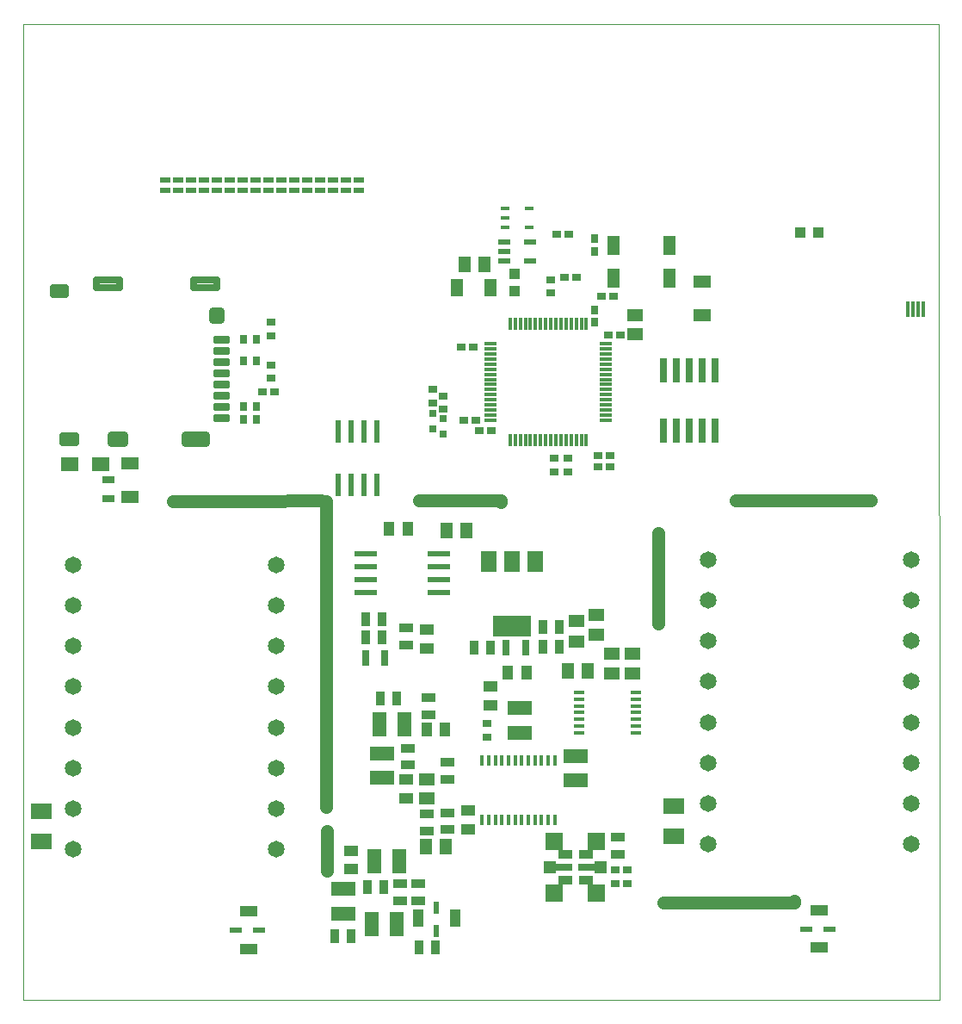
<source format=gtp>
G75*
%MOIN*%
%OFA0B0*%
%FSLAX24Y24*%
%IPPOS*%
%LPD*%
%AMOC8*
5,1,8,0,0,1.08239X$1,22.5*
%
%ADD10C,0.0000*%
%ADD11C,0.0500*%
%ADD12R,0.0700X0.0700*%
%ADD13R,0.0560X0.0350*%
%ADD14R,0.0450X0.0450*%
%ADD15R,0.0700X0.0280*%
%ADD16R,0.0413X0.0425*%
%ADD17R,0.0425X0.0413*%
%ADD18R,0.0364X0.0291*%
%ADD19R,0.0512X0.0591*%
%ADD20R,0.0472X0.0315*%
%ADD21R,0.0570X0.0360*%
%ADD22R,0.0650X0.0551*%
%ADD23R,0.0291X0.0364*%
%ADD24R,0.0360X0.0570*%
%ADD25R,0.0570X0.0440*%
%ADD26R,0.0440X0.0570*%
%ADD27R,0.0787X0.0591*%
%ADD28R,0.0630X0.0512*%
%ADD29R,0.0335X0.0138*%
%ADD30R,0.0591X0.0787*%
%ADD31R,0.1496X0.0787*%
%ADD32R,0.0866X0.0236*%
%ADD33R,0.0472X0.0709*%
%ADD34R,0.0551X0.0945*%
%ADD35R,0.0945X0.0551*%
%ADD36R,0.0709X0.0472*%
%ADD37R,0.0276X0.0591*%
%ADD38R,0.0315X0.0315*%
%ADD39C,0.0650*%
%ADD40R,0.0512X0.0748*%
%ADD41R,0.0354X0.0276*%
%ADD42R,0.0591X0.0512*%
%ADD43R,0.0276X0.0354*%
%ADD44R,0.0400X0.0230*%
%ADD45C,0.0157*%
%ADD46C,0.0305*%
%ADD47C,0.0276*%
%ADD48R,0.0710X0.0410*%
%ADD49R,0.0490X0.0240*%
%ADD50R,0.0410X0.0710*%
%ADD51R,0.0240X0.0490*%
%ADD52R,0.0120X0.0390*%
%ADD53R,0.0394X0.0138*%
%ADD54R,0.0118X0.0472*%
%ADD55R,0.0472X0.0118*%
%ADD56R,0.0472X0.0217*%
%ADD57R,0.0240X0.0870*%
%ADD58R,0.0299X0.0945*%
%ADD59R,0.0118X0.0591*%
D10*
X000500Y000494D02*
X000500Y038246D01*
X035988Y038246D01*
X036008Y000494D01*
X000500Y000494D01*
D11*
X012276Y005474D02*
X012276Y007006D01*
X012260Y007947D02*
X012260Y019797D01*
X012142Y019797D01*
X012051Y019801D02*
X009358Y019793D01*
X006323Y019793D01*
X015858Y019801D02*
X019004Y019801D01*
X019004Y019766D01*
X025106Y018557D02*
X025106Y015041D01*
X025126Y018557D02*
X025106Y018557D01*
X028118Y019817D02*
X033350Y019817D01*
X033350Y019833D01*
X030382Y004301D02*
X030382Y004242D01*
X025323Y004242D01*
D12*
X022727Y004600D03*
X021073Y004600D03*
X021073Y006600D03*
X022727Y006600D03*
D13*
X022300Y006100D03*
X021500Y006100D03*
X021500Y005100D03*
X022300Y005100D03*
D14*
X022877Y005600D03*
X020923Y005600D03*
D15*
X021450Y005600D03*
X022350Y005600D03*
D16*
X030619Y030199D03*
X031308Y030199D03*
D17*
X019550Y028594D03*
X019550Y027906D03*
D18*
X021464Y028450D03*
X021936Y028450D03*
X022902Y027716D03*
X023374Y027716D03*
X023164Y026200D03*
X023636Y026200D03*
X021636Y030100D03*
X021164Y030100D03*
X017936Y025766D03*
X017464Y025766D03*
X017564Y022900D03*
X018036Y022900D03*
X018164Y022500D03*
X018636Y022500D03*
X022764Y021550D03*
X022764Y021100D03*
X023236Y021100D03*
X023236Y021550D03*
X010236Y024000D03*
X009764Y024000D03*
D19*
X016926Y018650D03*
X017674Y018650D03*
X021626Y013200D03*
X022374Y013200D03*
X016874Y006400D03*
X016126Y006400D03*
X017626Y028950D03*
X018374Y028950D03*
D20*
X003800Y020604D03*
X003800Y019896D03*
D21*
X015350Y014870D03*
X015350Y014230D03*
X016200Y012170D03*
X016200Y011530D03*
X015400Y010220D03*
X015400Y009580D03*
X016950Y009670D03*
X016950Y009030D03*
X016950Y007720D03*
X016950Y007080D03*
X016150Y007030D03*
X016150Y007670D03*
X015800Y004970D03*
X015800Y004330D03*
X015100Y004330D03*
X015100Y004970D03*
X023550Y006130D03*
X023550Y006770D03*
D22*
X003500Y021200D03*
X002300Y021200D03*
D23*
X022650Y026714D03*
X022650Y027186D03*
X022650Y029464D03*
X022650Y029936D03*
D24*
X014420Y015200D03*
X013780Y015200D03*
X013780Y014500D03*
X014420Y014500D03*
X014330Y012150D03*
X014970Y012150D03*
X017980Y014100D03*
X018620Y014100D03*
X020630Y014150D03*
X021270Y014150D03*
X021270Y014900D03*
X020630Y014900D03*
X014470Y004850D03*
X013830Y004850D03*
X013220Y002950D03*
X012580Y002950D03*
X015830Y002500D03*
X016470Y002500D03*
D25*
X013200Y005540D03*
X013200Y006260D03*
X015350Y008290D03*
X015350Y009010D03*
X017750Y007810D03*
X017750Y007090D03*
X018600Y011890D03*
X018600Y012610D03*
X016150Y014090D03*
X016150Y014810D03*
D26*
X019290Y013150D03*
X020010Y013150D03*
X016860Y010950D03*
X016140Y010950D03*
X015410Y018700D03*
X014690Y018700D03*
D27*
X025700Y007991D03*
X025700Y006809D03*
X001200Y006609D03*
X001200Y007791D03*
D28*
X021950Y014356D03*
X021950Y015144D03*
X022700Y015394D03*
X022700Y014606D03*
D29*
X020113Y030376D03*
X020113Y031124D03*
X019187Y031124D03*
X019187Y030750D03*
X019187Y030376D03*
D30*
X019450Y017440D03*
X018544Y017440D03*
X020356Y017440D03*
D31*
X019450Y014960D03*
D32*
X016617Y016250D03*
X016617Y016750D03*
X016617Y017250D03*
X016617Y017750D03*
X013793Y017750D03*
X013793Y017250D03*
X013793Y016750D03*
X013793Y016250D03*
D33*
X017300Y028050D03*
X018600Y028050D03*
D34*
X015272Y011150D03*
X014328Y011150D03*
X014128Y005850D03*
X015072Y005850D03*
X014972Y003400D03*
X014028Y003400D03*
D35*
X012900Y003828D03*
X012900Y004772D03*
X014400Y009078D03*
X014400Y010022D03*
X019750Y010828D03*
X019750Y011772D03*
X021900Y009922D03*
X021900Y008978D03*
D36*
X026799Y026987D03*
X026799Y028286D03*
X004650Y021250D03*
X004650Y019950D03*
D37*
X013776Y013700D03*
X014524Y013700D03*
X019226Y014100D03*
X019974Y014100D03*
D38*
X016776Y022381D03*
X016370Y022586D03*
X016776Y022972D03*
X016370Y023177D03*
D39*
X010324Y017331D03*
X010324Y015757D03*
X010324Y014182D03*
X010324Y012607D03*
X010324Y011032D03*
X010324Y009457D03*
X010324Y007883D03*
X010324Y006308D03*
X002450Y006300D03*
X002450Y007883D03*
X002450Y009457D03*
X002450Y011032D03*
X002450Y012607D03*
X002450Y014182D03*
X002450Y015757D03*
X002450Y017331D03*
X027050Y017531D03*
X027050Y015957D03*
X027050Y014382D03*
X027050Y012807D03*
X027050Y011232D03*
X027050Y009657D03*
X027050Y008083D03*
X027050Y006500D03*
X034924Y006508D03*
X034924Y008083D03*
X034924Y009657D03*
X034924Y011232D03*
X034924Y012807D03*
X034924Y014382D03*
X034924Y015957D03*
X034924Y017531D03*
D40*
X025533Y028420D03*
X025533Y029680D03*
X023367Y029680D03*
X023367Y028420D03*
D41*
X020950Y028356D03*
X020950Y027844D03*
X016776Y023856D03*
X016370Y024107D03*
X016370Y023596D03*
X016776Y023344D03*
X021080Y021444D03*
X021080Y020933D03*
X021623Y020925D03*
X021623Y021437D03*
X018463Y011176D03*
X018463Y010664D03*
X023450Y005506D03*
X023450Y004994D03*
X023900Y004994D03*
X023900Y005506D03*
X010100Y024544D03*
X010100Y025056D03*
X010100Y026194D03*
X010100Y026706D03*
D42*
X023300Y013874D03*
X023300Y013126D03*
X024100Y013126D03*
X024100Y013874D03*
X016150Y009024D03*
X016150Y008276D03*
X024209Y026250D03*
X024209Y026998D03*
D43*
X009556Y026050D03*
X009044Y026050D03*
X009044Y025200D03*
X009556Y025200D03*
X009556Y023450D03*
X009556Y022950D03*
X009044Y022950D03*
X009044Y023450D03*
D44*
X009000Y031800D03*
X009000Y032200D03*
X008500Y032200D03*
X008500Y031800D03*
X008000Y031800D03*
X008000Y032200D03*
X007500Y032200D03*
X007500Y031800D03*
X007000Y031800D03*
X007000Y032200D03*
X006500Y032200D03*
X006500Y031800D03*
X006000Y031800D03*
X006000Y032200D03*
X009500Y032200D03*
X009500Y031800D03*
X010000Y031800D03*
X010000Y032200D03*
X010500Y032200D03*
X010500Y031800D03*
X011000Y031800D03*
X011000Y032200D03*
X011500Y032200D03*
X011500Y031800D03*
X012000Y031800D03*
X012000Y032200D03*
X012500Y032200D03*
X012500Y031800D03*
X013000Y031800D03*
X013000Y032200D03*
X013500Y032200D03*
X013500Y031800D03*
D45*
X008415Y026128D02*
X008415Y025970D01*
X007941Y025970D01*
X007941Y026128D01*
X008415Y026128D01*
X008415Y026126D02*
X007941Y026126D01*
X007941Y025695D02*
X007941Y025537D01*
X007941Y025695D02*
X008415Y025695D01*
X008415Y025537D01*
X007941Y025537D01*
X007941Y025693D02*
X008415Y025693D01*
X007941Y025262D02*
X007941Y025104D01*
X007941Y025262D02*
X008415Y025262D01*
X008415Y025104D01*
X007941Y025104D01*
X007941Y025260D02*
X008415Y025260D01*
X007941Y024829D02*
X007941Y024671D01*
X007941Y024829D02*
X008415Y024829D01*
X008415Y024671D01*
X007941Y024671D01*
X007941Y024827D02*
X008415Y024827D01*
X007941Y024396D02*
X007941Y024238D01*
X007941Y024396D02*
X008415Y024396D01*
X008415Y024238D01*
X007941Y024238D01*
X007941Y024394D02*
X008415Y024394D01*
X007941Y023963D02*
X007941Y023805D01*
X007941Y023963D02*
X008415Y023963D01*
X008415Y023805D01*
X007941Y023805D01*
X007941Y023961D02*
X008415Y023961D01*
X007941Y023530D02*
X007941Y023372D01*
X007941Y023530D02*
X008415Y023530D01*
X008415Y023372D01*
X007941Y023372D01*
X007941Y023528D02*
X008415Y023528D01*
X007941Y023097D02*
X007941Y022939D01*
X007941Y023097D02*
X008415Y023097D01*
X008415Y022939D01*
X007941Y022939D01*
X007941Y023095D02*
X008415Y023095D01*
D46*
X006795Y022358D02*
X006795Y022052D01*
X006795Y022358D02*
X007593Y022358D01*
X007593Y022052D01*
X006795Y022052D01*
X006795Y022356D02*
X007593Y022356D01*
X003902Y022358D02*
X003902Y022052D01*
X003902Y022358D02*
X004424Y022358D01*
X004424Y022052D01*
X003902Y022052D01*
X003902Y022356D02*
X004424Y022356D01*
X007838Y026831D02*
X007838Y027157D01*
X008144Y027157D01*
X008144Y026831D01*
X007838Y026831D01*
X007838Y027135D02*
X008144Y027135D01*
D47*
X007096Y028062D02*
X007096Y028336D01*
X008000Y028336D01*
X008000Y028062D01*
X007096Y028062D01*
X003337Y028062D02*
X003337Y028336D01*
X004241Y028336D01*
X004241Y028062D01*
X003337Y028062D01*
X001663Y028060D02*
X001663Y027786D01*
X001663Y028060D02*
X002135Y028060D01*
X002135Y027786D01*
X001663Y027786D01*
X002057Y022312D02*
X002057Y022038D01*
X002057Y022312D02*
X002529Y022312D01*
X002529Y022038D01*
X002057Y022038D01*
D48*
X009250Y003900D03*
X009250Y002460D03*
X031350Y002510D03*
X031350Y003950D03*
D49*
X031750Y003230D03*
X030850Y003230D03*
X009650Y003180D03*
X008750Y003180D03*
D50*
X015800Y003650D03*
X017240Y003650D03*
D51*
X016520Y004050D03*
X016520Y003150D03*
D52*
X018287Y007447D03*
X018543Y007447D03*
X018799Y007447D03*
X019055Y007447D03*
X019311Y007447D03*
X019567Y007447D03*
X019822Y007447D03*
X020078Y007447D03*
X020334Y007447D03*
X020590Y007447D03*
X020846Y007447D03*
X021102Y007447D03*
X021102Y009745D03*
X020846Y009745D03*
X020590Y009745D03*
X020334Y009745D03*
X020078Y009745D03*
X019822Y009745D03*
X019567Y009745D03*
X019311Y009745D03*
X019055Y009745D03*
X018799Y009745D03*
X018543Y009745D03*
X018287Y009745D03*
D53*
X022038Y010832D03*
X022038Y011088D03*
X022038Y011344D03*
X022038Y011600D03*
X022038Y011856D03*
X022038Y012112D03*
X022038Y012368D03*
X024262Y012368D03*
X024262Y012112D03*
X024262Y011856D03*
X024262Y011600D03*
X024262Y011344D03*
X024262Y011088D03*
X024262Y010832D03*
D54*
X022326Y022156D03*
X022130Y022156D03*
X021933Y022156D03*
X021736Y022156D03*
X021539Y022156D03*
X021342Y022156D03*
X021145Y022156D03*
X020948Y022156D03*
X020752Y022156D03*
X020555Y022156D03*
X020358Y022156D03*
X020161Y022156D03*
X019964Y022156D03*
X019767Y022156D03*
X019570Y022156D03*
X019374Y022156D03*
X019374Y026644D03*
X019570Y026644D03*
X019767Y026644D03*
X019964Y026644D03*
X020161Y026644D03*
X020358Y026644D03*
X020555Y026644D03*
X020752Y026644D03*
X020948Y026644D03*
X021145Y026644D03*
X021342Y026644D03*
X021539Y026644D03*
X021736Y026644D03*
X021933Y026644D03*
X022130Y026644D03*
X022326Y026644D03*
D55*
X023094Y025876D03*
X023094Y025680D03*
X023094Y025483D03*
X023094Y025286D03*
X023094Y025089D03*
X023094Y024892D03*
X023094Y024695D03*
X023094Y024498D03*
X023094Y024302D03*
X023094Y024105D03*
X023094Y023908D03*
X023094Y023711D03*
X023094Y023514D03*
X023094Y023317D03*
X023094Y023120D03*
X023094Y022924D03*
X018606Y022924D03*
X018606Y023120D03*
X018606Y023317D03*
X018606Y023514D03*
X018606Y023711D03*
X018606Y023908D03*
X018606Y024105D03*
X018606Y024302D03*
X018606Y024498D03*
X018606Y024695D03*
X018606Y024892D03*
X018606Y025089D03*
X018606Y025286D03*
X018606Y025483D03*
X018606Y025680D03*
X018606Y025876D03*
D56*
X019138Y029076D03*
X019138Y029450D03*
X019138Y029824D03*
X020162Y029824D03*
X020162Y029076D03*
D57*
X014200Y022480D03*
X013700Y022480D03*
X013200Y022480D03*
X012700Y022480D03*
X012700Y020420D03*
X013200Y020420D03*
X013700Y020420D03*
X014200Y020420D03*
D58*
X025302Y022528D03*
X025802Y022528D03*
X026302Y022528D03*
X026802Y022528D03*
X027302Y022528D03*
X027302Y024851D03*
X026802Y024851D03*
X026302Y024851D03*
X025802Y024851D03*
X025302Y024851D03*
D59*
X034783Y027211D03*
X034980Y027211D03*
X035177Y027211D03*
X035374Y027211D03*
M02*

</source>
